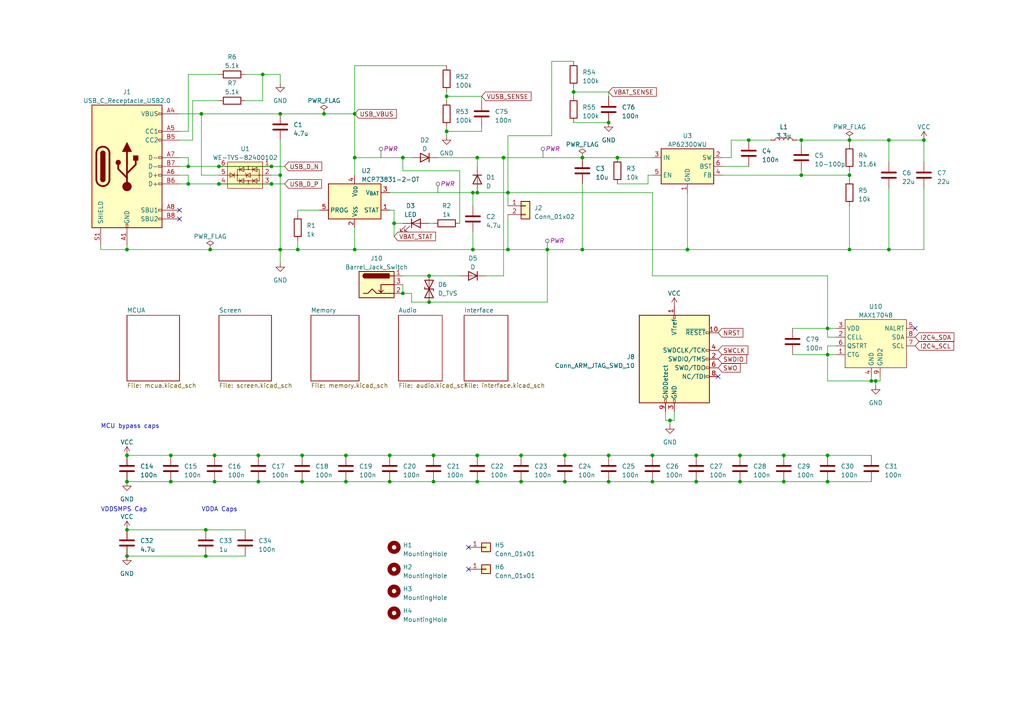
<source format=kicad_sch>
(kicad_sch (version 20230121) (generator eeschema)
  (paper "A4")
  (lib_symbols
    (symbol "Battery_Management:MCP73831-2-OT"
      (property "Reference" "U" (at -7.62 6.35 0))
      (property "Value" "MCP73831-2-OT" (at 1.27 6.35 0))
      (symbol "MCP73831-2-OT_0_1"
        (rectangle (start -7.62 5.08) (end 7.62 -5.08) (stroke (width 0.254)) (fill (type background)))
      )
      (symbol "MCP73831-2-OT_1_1"
        (pin output line (at 10.16 -2.54 180) (length 2.54) (name "STAT") (number "1"))
        (pin power_in line (at 0 -7.62 90) (length 2.54) (name "V_{SS}") (number "2"))
        (pin power_out line (at 10.16 2.54 180) (length 2.54) (name "V_{BAT}") (number "3"))
        (pin power_in line (at 0 7.62 270) (length 2.54) (name "V_{DD}") (number "4"))
        (pin input line (at -10.16 -2.54 0) (length 2.54) (name "PROG") (number "5"))
      )
    )
    (symbol "Connector:Barrel_Jack_Switch" (pin_names hide)
      (property "Reference" "J" (at 0 5.334 0))
      (property "Value" "Barrel_Jack_Switch" (at 0 -5.08 0))
      (symbol "Barrel_Jack_Switch_0_1"
        (rectangle (start -5.08 3.81) (end 5.08 -3.81) (stroke (width 0.254)) (fill (type background)))
        (arc (start -3.302 3.175) (mid -3.9343 2.54) (end -3.302 1.905) (stroke (width 0.254)))
        (arc (start -3.302 3.175) (mid -3.9343 2.54) (end -3.302 1.905) (stroke (width 0.254)) (fill (type outline)))
        (polyline (pts (xy 1.27 -2.286) (xy 1.905 -1.651)) (stroke (width 0.254)))
        (polyline (pts (xy 5.08 2.54) (xy 3.81 2.54)) (stroke (width 0.254)))
        (polyline (pts (xy 5.08 0) (xy 1.27 0) (xy 1.27 -2.286) (xy 0.635 -1.651)) (stroke (width 0.254)))
        (polyline (pts (xy -3.81 -2.54) (xy -2.54 -2.54) (xy -1.27 -1.27) (xy 0 -2.54) (xy 2.54 -2.54) (xy 5.08 -2.54)) (stroke (width 0.254)))
        (rectangle (start 3.683 3.175) (end -3.302 1.905) (stroke (width 0.254)) (fill (type outline)))
      )
      (symbol "Barrel_Jack_Switch_1_1"
        (pin passive line (at 7.62 2.54 180) (length 2.54) (name "~") (number "1"))
        (pin passive line (at 7.62 -2.54 180) (length 2.54) (name "~") (number "2"))
        (pin passive line (at 7.62 0 180) (length 2.54) (name "~") (number "3"))
      )
    )
    (symbol "Connector:Conn_ARM_JTAG_SWD_10" (pin_names (offset 1.016))
      (property "Reference" "J" (at -2.54 16.51 0))
      (property "Value" "Conn_ARM_JTAG_SWD_10" (at -2.54 13.97 0))
      (symbol "Conn_ARM_JTAG_SWD_10_0_1"
        (rectangle (start -10.16 12.7) (end 10.16 -12.7) (stroke (width 0.254)) (fill (type background)))
        (rectangle (start -2.794 -12.7) (end -2.286 -11.684))
        (rectangle (start -0.254 -12.7) (end 0.254 -11.684))
        (rectangle (start -0.254 12.7) (end 0.254 11.684))
        (rectangle (start 9.144 2.286) (end 10.16 2.794))
        (rectangle (start 10.16 -2.794) (end 9.144 -2.286))
        (rectangle (start 10.16 -0.254) (end 9.144 0.254))
        (rectangle (start 10.16 7.874) (end 9.144 7.366))
      )
      (symbol "Conn_ARM_JTAG_SWD_10_1_1"
        (rectangle (start 9.144 -5.334) (end 10.16 -4.826))
        (pin power_in line (at 0 15.24 270) (length 2.54) (name "VTref") (number "1"))
        (pin open_collector line (at 12.7 7.62 180) (length 2.54) (name "~{RESET}") (number "10"))
        (pin bidirectional line (at 12.7 0 180) (length 2.54) (name "SWDIO/TMS") (number "2"))
        (pin power_in line (at 0 -15.24 90) (length 2.54) (name "GND") (number "3"))
        (pin output line (at 12.7 2.54 180) (length 2.54) (name "SWDCLK/TCK") (number "4"))
        (pin passive line (at 0 -15.24 90) (length 2.54) hide (name "GND") (number "5"))
        (pin input line (at 12.7 -2.54 180) (length 2.54) (name "SWO/TDO") (number "6"))
        (pin no_connect line (at -10.16 0 0) (length 2.54) hide (name "KEY") (number "7"))
        (pin output line (at 12.7 -5.08 180) (length 2.54) (name "NC/TDI") (number "8"))
        (pin passive line (at -2.54 -15.24 90) (length 2.54) (name "GNDDetect") (number "9"))
      )
    )
    (symbol "Connector:USB_C_Receptacle_USB2.0" (pin_names (offset 1.016))
      (property "Reference" "J" (at -10.16 19.05 0))
      (property "Value" "USB_C_Receptacle_USB2.0" (at 19.05 19.05 0))
      (symbol "USB_C_Receptacle_USB2.0_0_0"
        (rectangle (start -0.254 -17.78) (end 0.254 -16.764))
        (rectangle (start 10.16 -14.986) (end 9.144 -15.494))
        (rectangle (start 10.16 -12.446) (end 9.144 -12.954))
        (rectangle (start 10.16 -4.826) (end 9.144 -5.334))
        (rectangle (start 10.16 -2.286) (end 9.144 -2.794))
        (rectangle (start 10.16 0.254) (end 9.144 -0.254))
        (rectangle (start 10.16 2.794) (end 9.144 2.286))
        (rectangle (start 10.16 7.874) (end 9.144 7.366))
        (rectangle (start 10.16 10.414) (end 9.144 9.906))
        (rectangle (start 10.16 15.494) (end 9.144 14.986))
      )
      (symbol "USB_C_Receptacle_USB2.0_0_1"
        (rectangle (start -10.16 17.78) (end 10.16 -17.78) (stroke (width 0.254)) (fill (type background)))
        (arc (start -8.89 -3.81) (mid -6.985 -5.7067) (end -5.08 -3.81) (stroke (width 0.508)))
        (arc (start -7.62 -3.81) (mid -6.985 -4.4423) (end -6.35 -3.81) (stroke (width 0.254)))
        (arc (start -7.62 -3.81) (mid -6.985 -4.4423) (end -6.35 -3.81) (stroke (width 0.254)) (fill (type outline)))
        (rectangle (start -7.62 -3.81) (end -6.35 3.81) (stroke (width 0.254)) (fill (type outline)))
        (arc (start -6.35 3.81) (mid -6.985 4.4423) (end -7.62 3.81) (stroke (width 0.254)))
        (arc (start -6.35 3.81) (mid -6.985 4.4423) (end -7.62 3.81) (stroke (width 0.254)) (fill (type outline)))
        (arc (start -5.08 3.81) (mid -6.985 5.7067) (end -8.89 3.81) (stroke (width 0.508)))
        (circle (center -2.54 1.143) (radius 0.635) (stroke (width 0.254)) (fill (type outline)))
        (circle (center 0 -5.842) (radius 1.27) (fill (type outline)))
        (polyline (pts (xy -8.89 -3.81) (xy -8.89 3.81)) (stroke (width 0.508)))
        (polyline (pts (xy -5.08 3.81) (xy -5.08 -3.81)) (stroke (width 0.508)))
        (polyline (pts (xy 0 -5.842) (xy 0 4.318)) (stroke (width 0.508)))
        (polyline (pts (xy 0 -3.302) (xy -2.54 -0.762) (xy -2.54 0.508)) (stroke (width 0.508)))
        (polyline (pts (xy 0 -2.032) (xy 2.54 0.508) (xy 2.54 1.778)) (stroke (width 0.508)))
        (polyline (pts (xy -1.27 4.318) (xy 0 6.858) (xy 1.27 4.318) (xy -1.27 4.318)) (stroke (width 0.254)) (fill (type outline)))
        (rectangle (start 1.905 1.778) (end 3.175 3.048) (stroke (width 0.254)) (fill (type outline)))
      )
      (symbol "USB_C_Receptacle_USB2.0_1_1"
        (pin passive line (at 0 -22.86 90) (length 5.08) (name "GND") (number "A1"))
        (pin passive line (at 0 -22.86 90) (length 5.08) hide (name "GND") (number "A12"))
        (pin passive line (at 15.24 15.24 180) (length 5.08) (name "VBUS") (number "A4"))
        (pin bidirectional line (at 15.24 10.16 180) (length 5.08) (name "CC1") (number "A5"))
        (pin bidirectional line (at 15.24 -2.54 180) (length 5.08) (name "D+") (number "A6"))
        (pin bidirectional line (at 15.24 2.54 180) (length 5.08) (name "D-") (number "A7"))
        (pin bidirectional line (at 15.24 -12.7 180) (length 5.08) (name "SBU1") (number "A8"))
        (pin passive line (at 15.24 15.24 180) (length 5.08) hide (name "VBUS") (number "A9"))
        (pin passive line (at 0 -22.86 90) (length 5.08) hide (name "GND") (number "B1"))
        (pin passive line (at 0 -22.86 90) (length 5.08) hide (name "GND") (number "B12"))
        (pin passive line (at 15.24 15.24 180) (length 5.08) hide (name "VBUS") (number "B4"))
        (pin bidirectional line (at 15.24 7.62 180) (length 5.08) (name "CC2") (number "B5"))
        (pin bidirectional line (at 15.24 -5.08 180) (length 5.08) (name "D+") (number "B6"))
        (pin bidirectional line (at 15.24 0 180) (length 5.08) (name "D-") (number "B7"))
        (pin bidirectional line (at 15.24 -15.24 180) (length 5.08) (name "SBU2") (number "B8"))
        (pin passive line (at 15.24 15.24 180) (length 5.08) hide (name "VBUS") (number "B9"))
        (pin passive line (at -7.62 -22.86 90) (length 5.08) (name "SHIELD") (number "S1"))
      )
    )
    (symbol "Connector_Generic:Conn_01x01" (pin_names (offset 1.016) hide)
      (property "Reference" "J" (at 0 2.54 0))
      (property "Value" "Conn_01x01" (at 0 -2.54 0))
      (symbol "Conn_01x01_1_1"
        (rectangle (start -1.27 0.127) (end 0 -0.127) (stroke (width 0.1524)))
        (rectangle (start -1.27 1.27) (end 1.27 -1.27) (stroke (width 0.254)) (fill (type background)))
        (pin passive line (at -5.08 0 0) (length 3.81) (name "Pin_1") (number "1"))
      )
    )
    (symbol "Connector_Generic:Conn_01x02" (pin_names (offset 1.016) hide)
      (property "Reference" "J" (at 0 2.54 0))
      (property "Value" "Conn_01x02" (at 0 -5.08 0))
      (symbol "Conn_01x02_1_1"
        (rectangle (start -1.27 -2.413) (end 0 -2.667) (stroke (width 0.1524)))
        (rectangle (start -1.27 0.127) (end 0 -0.127) (stroke (width 0.1524)))
        (rectangle (start -1.27 1.27) (end 1.27 -3.81) (stroke (width 0.254)) (fill (type background)))
        (pin passive line (at -5.08 0 0) (length 3.81) (name "Pin_1") (number "1"))
        (pin passive line (at -5.08 -2.54 0) (length 3.81) (name "Pin_2") (number "2"))
      )
    )
    (symbol "Device:C" (pin_numbers hide) (pin_names (offset 0.254))
      (property "Reference" "C" (at 0.635 2.54 0))
      (property "Value" "C" (at 0.635 -2.54 0))
      (symbol "C_0_1"
        (polyline (pts (xy -2.032 -0.762) (xy 2.032 -0.762)) (stroke (width 0.508)))
        (polyline (pts (xy -2.032 0.762) (xy 2.032 0.762)) (stroke (width 0.508)))
      )
      (symbol "C_1_1"
        (pin passive line (at 0 3.81 270) (length 2.794) (name "~") (number "1"))
        (pin passive line (at 0 -3.81 90) (length 2.794) (name "~") (number "2"))
      )
    )
    (symbol "Device:D" (pin_numbers hide) (pin_names (offset 1.016) hide)
      (property "Reference" "D" (at 0 2.54 0))
      (property "Value" "D" (at 0 -2.54 0))
      (symbol "D_0_1"
        (polyline (pts (xy -1.27 1.27) (xy -1.27 -1.27)) (stroke (width 0.254)))
        (polyline (pts (xy 1.27 0) (xy -1.27 0)))
        (polyline (pts (xy 1.27 1.27) (xy 1.27 -1.27) (xy -1.27 0) (xy 1.27 1.27)) (stroke (width 0.254)))
      )
      (symbol "D_1_1"
        (pin passive line (at -3.81 0 0) (length 2.54) (name "K") (number "1"))
        (pin passive line (at 3.81 0 180) (length 2.54) (name "A") (number "2"))
      )
    )
    (symbol "Device:D_TVS" (pin_numbers hide) (pin_names (offset 1.016) hide)
      (property "Reference" "D" (at 0 2.54 0))
      (property "Value" "D_TVS" (at 0 -2.54 0))
      (symbol "D_TVS_0_1"
        (polyline (pts (xy 1.27 0) (xy -1.27 0)))
        (polyline (pts (xy 0.508 1.27) (xy 0 1.27) (xy 0 -1.27) (xy -0.508 -1.27)) (stroke (width 0.254)))
        (polyline (pts (xy -2.54 1.27) (xy -2.54 -1.27) (xy 2.54 1.27) (xy 2.54 -1.27) (xy -2.54 1.27)) (stroke (width 0.254)))
      )
      (symbol "D_TVS_1_1"
        (pin passive line (at -3.81 0 0) (length 2.54) (name "A1") (number "1"))
        (pin passive line (at 3.81 0 180) (length 2.54) (name "A2") (number "2"))
      )
    )
    (symbol "Device:L" (pin_numbers hide) (pin_names (offset 1.016) hide)
      (property "Reference" "L" (at -1.27 0 90))
      (property "Value" "L" (at 1.905 0 90))
      (symbol "L_0_1"
        (arc (start 0 -2.54) (mid 0.6323 -1.905) (end 0 -1.27))
        (arc (start 0 -1.27) (mid 0.6323 -0.635) (end 0 0))
        (arc (start 0 0) (mid 0.6323 0.635) (end 0 1.27))
        (arc (start 0 1.27) (mid 0.6323 1.905) (end 0 2.54))
      )
      (symbol "L_1_1"
        (pin passive line (at 0 3.81 270) (length 1.27) (name "1") (number "1"))
        (pin passive line (at 0 -3.81 90) (length 1.27) (name "2") (number "2"))
      )
    )
    (symbol "Device:LED" (pin_numbers hide) (pin_names (offset 1.016) hide)
      (property "Reference" "D" (at 0 2.54 0))
      (property "Value" "LED" (at 0 -2.54 0))
      (symbol "LED_0_1"
        (polyline (pts (xy -1.27 -1.27) (xy -1.27 1.27)) (stroke (width 0.254)))
        (polyline (pts (xy -1.27 0) (xy 1.27 0)))
        (polyline (pts (xy 1.27 -1.27) (xy 1.27 1.27) (xy -1.27 0) (xy 1.27 -1.27)) (stroke (width 0.254)))
        (polyline (pts (xy -3.048 -0.762) (xy -4.572 -2.286) (xy -3.81 -2.286) (xy -4.572 -2.286) (xy -4.572 -1.524)))
        (polyline (pts (xy -1.778 -0.762) (xy -3.302 -2.286) (xy -2.54 -2.286) (xy -3.302 -2.286) (xy -3.302 -1.524)))
      )
      (symbol "LED_1_1"
        (pin passive line (at -3.81 0 0) (length 2.54) (name "K") (number "1"))
        (pin passive line (at 3.81 0 180) (length 2.54) (name "A") (number "2"))
      )
    )
    (symbol "Device:R" (pin_numbers hide) (pin_names (offset 0))
      (property "Reference" "R" (at 2.032 0 90))
      (property "Value" "R" (at 0 0 90))
      (symbol "R_0_1"
        (rectangle (start -1.016 -2.54) (end 1.016 2.54) (stroke (width 0.254)))
      )
      (symbol "R_1_1"
        (pin passive line (at 0 3.81 270) (length 1.27) (name "~") (number "1"))
        (pin passive line (at 0 -3.81 90) (length 1.27) (name "~") (number "2"))
      )
    )
    (symbol "Mechanical:MountingHole" (pin_names (offset 1.016))
      (property "Reference" "H" (at 0 5.08 0))
      (property "Value" "MountingHole" (at 0 3.175 0))
      (symbol "MountingHole_0_1"
        (circle (center 0 0) (radius 1.27) (stroke (width 1.27)))
      )
    )
    (symbol "Power_Protection:WE-TVS-82400102"
      (property "Reference" "U" (at 0 7.62 0))
      (property "Value" "WE-TVS-82400102" (at 0 5.08 0))
      (symbol "WE-TVS-82400102_0_1"
        (rectangle (start -5.08 3.81) (end 5.08 -3.81) (fill (type background)))
        (circle (center -4.064 0) (radius 0.127))
        (rectangle (start -4.064 1.651) (end 2.286 -1.651))
        (circle (center -0.889 -2.54) (radius 0.127))
        (circle (center -0.889 -1.651) (radius 0.127))
        (circle (center -0.889 1.651) (radius 0.127))
        (circle (center -0.889 2.54) (radius 0.127))
        (polyline (pts (xy -5.08 -2.54) (xy 5.08 -2.54)))
        (polyline (pts (xy -5.08 2.54) (xy 5.08 2.54)))
        (polyline (pts (xy -4.064 0) (xy -5.08 0)))
        (polyline (pts (xy -4.064 0) (xy 2.286 0)) (fill (type outline)))
        (polyline (pts (xy -2.159 -1.016) (xy -2.159 -2.286)))
        (polyline (pts (xy -2.159 2.286) (xy -2.159 1.016)))
        (polyline (pts (xy -0.889 -1.651) (xy -0.889 -2.413)))
        (polyline (pts (xy -0.889 1.651) (xy -0.889 2.54)))
        (polyline (pts (xy -0.508 -0.635) (xy -0.508 -0.635)))
        (polyline (pts (xy 1.651 -1.016) (xy 1.651 -2.286)))
        (polyline (pts (xy 1.651 2.286) (xy 1.651 1.016)))
        (polyline (pts (xy 2.286 0) (xy 5.08 0)))
        (polyline (pts (xy -3.429 -1.016) (xy -3.429 -2.286) (xy -2.159 -1.651) (xy -3.429 -1.016)))
        (polyline (pts (xy -3.429 1.016) (xy -3.429 2.286) (xy -2.159 1.651) (xy -3.429 1.016)))
        (polyline (pts (xy 0 0.635) (xy -0.254 0.381) (xy -0.254 -0.381) (xy -0.508 -0.635)))
        (polyline (pts (xy 0.381 -1.016) (xy 0.381 -2.286) (xy 1.651 -1.651) (xy 0.381 -1.016)))
        (polyline (pts (xy 0.381 1.016) (xy 0.381 2.286) (xy 1.651 1.651) (xy 0.381 1.016)))
        (circle (center 2.286 0) (radius 0.127))
      )
      (symbol "WE-TVS-82400102_1_1"
        (polyline (pts (xy 3.175 0.635) (xy 3.175 -0.635)))
        (polyline (pts (xy -1.524 0.635) (xy -1.524 -0.635) (xy -0.254 0) (xy -1.524 0.635)))
        (polyline (pts (xy 4.445 0.635) (xy 4.445 -0.635) (xy 3.175 0) (xy 4.445 0.635)))
        (pin passive line (at -7.62 2.54 0) (length 2.54) (name "~") (number "1"))
        (pin passive line (at -7.62 0 0) (length 2.54) (name "~") (number "2"))
        (pin passive line (at -7.62 -2.54 0) (length 2.54) (name "~") (number "3"))
        (pin passive line (at 7.62 -2.54 180) (length 2.54) (name "~") (number "4"))
        (pin passive line (at 7.62 0 180) (length 2.54) (name "~") (number "5"))
        (pin passive line (at 7.62 2.54 180) (length 2.54) (name "~") (number "6"))
      )
    )
    (symbol "Regulator_Switching:AP62300WU"
      (property "Reference" "U" (at -7.62 6.35 0))
      (property "Value" "AP62300WU" (at 2.54 6.35 0))
      (symbol "AP62300WU_0_1"
        (rectangle (start -7.62 5.08) (end 7.62 -5.08) (stroke (width 0.254)) (fill (type background)))
      )
      (symbol "AP62300WU_1_1"
        (pin power_in line (at 0 -7.62 90) (length 2.54) (name "GND") (number "1"))
        (pin output line (at 10.16 2.54 180) (length 2.54) (name "SW") (number "2"))
        (pin power_in line (at -10.16 2.54 0) (length 2.54) (name "IN") (number "3"))
        (pin input line (at 10.16 -2.54 180) (length 2.54) (name "FB") (number "4"))
        (pin input line (at -10.16 -2.54 0) (length 2.54) (name "EN") (number "5"))
        (pin passive line (at 10.16 0 180) (length 2.54) (name "BST") (number "6"))
      )
    )
    (symbol "gk-syms:MAX17048"
      (property "Reference" "U" (at 0 3.81 0))
      (property "Value" "MAX17048" (at 0 1.27 0))
      (symbol "MAX17048_1_1"
        (rectangle (start -8.89 -2.54) (end 8.89 -16.51) (fill (type background)))
        (pin power_in line (at -11.43 -12.7 0) (length 2.54) (name "CTG") (number "1"))
        (pin power_in line (at -11.43 -7.62 0) (length 2.54) (name "CELL") (number "2"))
        (pin power_in line (at -11.43 -5.08 0) (length 2.54) (name "VDD") (number "3"))
        (pin power_in line (at -1.27 -19.05 90) (length 2.54) (name "GND") (number "4"))
        (pin open_collector line (at 11.43 -5.08 180) (length 2.54) (name "NALRT") (number "5"))
        (pin input line (at -11.43 -10.16 0) (length 2.54) (name "QSTRT") (number "6"))
        (pin open_collector line (at 11.43 -10.16 180) (length 2.54) (name "SCL") (number "7"))
        (pin open_collector line (at 11.43 -7.62 180) (length 2.54) (name "SDA") (number "8"))
        (pin power_in line (at 1.27 -19.05 90) (length 2.54) (name "GND2") (number "9"))
      )
    )
    (symbol "power:GND" (power) (pin_names (offset 0))
      (property "Value" "GND" (at 0 -3.81 0))
      (symbol "GND_0_1"
        (polyline (pts (xy 0 0) (xy 0 -1.27) (xy 1.27 -1.27) (xy 0 -2.54) (xy -1.27 -1.27) (xy 0 -1.27)))
      )
      (symbol "GND_1_1"
        (pin power_in line (at 0 0 270) (length 0) hide (name "GND") (number "1"))
      )
    )
    (symbol "power:PWR_FLAG" (power) (pin_numbers hide) (pin_names (offset 0) hide)
      (property "Value" "PWR_FLAG" (at 0 3.81 0))
      (symbol "PWR_FLAG_0_0"
        (pin power_out line (at 0 0 90) (length 0) (name "pwr") (number "1"))
      )
      (symbol "PWR_FLAG_0_1"
        (polyline (pts (xy 0 0) (xy 0 1.27) (xy -1.016 1.905) (xy 0 2.54) (xy 1.016 1.905) (xy 0 1.27)))
      )
    )
    (symbol "power:VCC" (power) (pin_names (offset 0))
      (property "Value" "VCC" (at 0 3.81 0))
      (symbol "VCC_0_1"
        (polyline (pts (xy -0.762 1.27) (xy 0 2.54)))
        (polyline (pts (xy 0 0) (xy 0 2.54)))
        (polyline (pts (xy 0 2.54) (xy 0.762 1.27)))
      )
      (symbol "VCC_1_1"
        (pin power_in line (at 0 0 90) (length 0) hide (name "VCC") (number "1"))
      )
    )
  )
  (junction (at 102.87 72.39))
  (junction (at 59.69 161.29))
  (junction (at 36.83 132.08))
  (junction (at 93.98 33.02))
  (junction (at 146.05 45.72))
  (junction (at 116.84 45.72))
  (junction (at 125.73 132.08))
  (junction (at 100.33 132.08))
  (junction (at 63.5 53.34))
  (junction (at 240.03 95.25))
  (junction (at 124.46 80.01))
  (junction (at 257.81 72.39))
  (junction (at 227.33 132.08))
  (junction (at 125.73 139.7))
  (junction (at 201.93 139.7))
  (junction (at 199.39 72.39))
  (junction (at 86.36 72.39))
  (junction (at 240.03 132.08))
  (junction (at 163.83 132.08))
  (junction (at 129.54 38.1))
  (junction (at 54.61 48.26))
  (junction (at 63.5 48.26))
  (junction (at 36.83 72.39))
  (junction (at 179.07 45.72))
  (junction (at 151.13 132.08))
  (junction (at 74.93 132.08))
  (junction (at 267.97 40.64))
  (junction (at 60.96 72.39))
  (junction (at 163.83 139.7))
  (junction (at 194.31 121.92))
  (junction (at 129.54 27.94))
  (junction (at 49.53 132.08))
  (junction (at 102.87 45.72))
  (junction (at 166.37 26.67))
  (junction (at 168.91 72.39))
  (junction (at 176.53 35.56))
  (junction (at 232.41 50.8))
  (junction (at 81.28 50.8))
  (junction (at 257.81 40.64))
  (junction (at 240.03 139.7))
  (junction (at 137.16 55.88))
  (junction (at 102.87 33.02))
  (junction (at 113.03 139.7))
  (junction (at 252.73 110.49))
  (junction (at 217.17 40.64))
  (junction (at 124.46 87.63))
  (junction (at 138.43 139.7))
  (junction (at 76.2 21.59))
  (junction (at 49.53 139.7))
  (junction (at 100.33 139.7))
  (junction (at 74.93 139.7))
  (junction (at 62.23 132.08))
  (junction (at 254 110.49))
  (junction (at 114.3 64.77))
  (junction (at 138.43 132.08))
  (junction (at 62.23 139.7))
  (junction (at 232.41 40.64))
  (junction (at 59.69 153.67))
  (junction (at 116.84 85.09))
  (junction (at 58.42 33.02))
  (junction (at 189.23 139.7))
  (junction (at 246.38 72.39))
  (junction (at 78.74 48.26))
  (junction (at 81.28 33.02))
  (junction (at 214.63 139.7))
  (junction (at 168.91 45.72))
  (junction (at 138.43 55.88))
  (junction (at 137.16 72.39))
  (junction (at 201.93 132.08))
  (junction (at 240.03 102.87))
  (junction (at 227.33 139.7))
  (junction (at 189.23 132.08))
  (junction (at 78.74 53.34))
  (junction (at 36.83 161.29))
  (junction (at 81.28 72.39))
  (junction (at 138.43 45.72))
  (junction (at 147.32 72.39))
  (junction (at 36.83 139.7))
  (junction (at 176.53 132.08))
  (junction (at 246.38 40.64))
  (junction (at 36.83 153.67))
  (junction (at 87.63 139.7))
  (junction (at 176.53 139.7))
  (junction (at 113.03 132.08))
  (junction (at 87.63 132.08))
  (junction (at 147.32 55.88))
  (junction (at 214.63 132.08))
  (junction (at 158.75 72.39))
  (junction (at 54.61 53.34))
  (junction (at 151.13 139.7))
  (junction (at 246.38 50.8))
  (no_connect (at 52.07 60.96))
  (no_connect (at 265.43 95.25))
  (no_connect (at 52.07 63.5))
  (no_connect (at 135.89 158.75))
  (no_connect (at 208.28 109.22))
  (no_connect (at 135.89 165.1))
  (wire (pts (xy 147.32 55.88) (xy 147.32 59.69)))
  (wire (pts (xy 116.84 49.53) (xy 133.35 49.53)))
  (wire (pts (xy 63.5 48.26) (xy 78.74 48.26)))
  (wire (pts (xy 81.28 21.59) (xy 81.28 24.13)))
  (wire (pts (xy 49.53 139.7) (xy 62.23 139.7)))
  (wire (pts (xy 138.43 139.7) (xy 151.13 139.7)))
  (wire (pts (xy 114.3 64.77) (xy 114.3 60.96)))
  (wire (pts (xy 58.42 50.8) (xy 63.5 50.8)))
  (wire (pts (xy 257.81 54.61) (xy 257.81 72.39)))
  (wire (pts (xy 246.38 49.53) (xy 246.38 50.8)))
  (wire (pts (xy 158.75 87.63) (xy 158.75 72.39)))
  (wire (pts (xy 163.83 132.08) (xy 176.53 132.08)))
  (wire (pts (xy 125.73 139.7) (xy 138.43 139.7)))
  (wire (pts (xy 168.91 53.34) (xy 168.91 72.39)))
  (wire (pts (xy 193.04 121.92) (xy 194.31 121.92)))
  (wire (pts (xy 36.83 161.29) (xy 59.69 161.29)))
  (wire (pts (xy 257.81 40.64) (xy 257.81 46.99)))
  (wire (pts (xy 87.63 132.08) (xy 100.33 132.08)))
  (wire (pts (xy 63.5 53.34) (xy 78.74 53.34)))
  (wire (pts (xy 137.16 67.31) (xy 137.16 72.39)))
  (wire (pts (xy 129.54 27.94) (xy 139.7 27.94)))
  (wire (pts (xy 86.36 69.85) (xy 86.36 72.39)))
  (wire (pts (xy 92.71 60.96) (xy 86.36 60.96)))
  (wire (pts (xy 54.61 50.8) (xy 52.07 50.8)))
  (wire (pts (xy 199.39 72.39) (xy 246.38 72.39)))
  (wire (pts (xy 119.38 85.09) (xy 119.38 87.63)))
  (wire (pts (xy 60.96 72.39) (xy 81.28 72.39)))
  (wire (pts (xy 54.61 38.1) (xy 54.61 21.59)))
  (wire (pts (xy 201.93 132.08) (xy 214.63 132.08)))
  (wire (pts (xy 139.7 38.1) (xy 129.54 38.1)))
  (wire (pts (xy 36.83 139.7) (xy 49.53 139.7)))
  (wire (pts (xy 267.97 40.64) (xy 267.97 46.99)))
  (wire (pts (xy 212.09 40.64) (xy 217.17 40.64)))
  (wire (pts (xy 102.87 45.72) (xy 102.87 33.02)))
  (wire (pts (xy 140.97 80.01) (xy 146.05 80.01)))
  (wire (pts (xy 240.03 95.25) (xy 242.57 95.25)))
  (wire (pts (xy 36.83 71.12) (xy 36.83 72.39)))
  (wire (pts (xy 133.35 49.53) (xy 133.35 64.77)))
  (wire (pts (xy 138.43 132.08) (xy 151.13 132.08)))
  (wire (pts (xy 151.13 132.08) (xy 163.83 132.08)))
  (wire (pts (xy 160.02 39.37) (xy 160.02 17.78)))
  (wire (pts (xy 176.53 26.67) (xy 176.53 27.94)))
  (wire (pts (xy 113.03 132.08) (xy 125.73 132.08)))
  (wire (pts (xy 229.87 95.25) (xy 240.03 95.25)))
  (wire (pts (xy 242.57 102.87) (xy 240.03 102.87)))
  (wire (pts (xy 252.73 109.22) (xy 252.73 110.49)))
  (wire (pts (xy 55.88 29.21) (xy 63.5 29.21)))
  (wire (pts (xy 189.23 132.08) (xy 201.93 132.08)))
  (wire (pts (xy 255.27 110.49) (xy 254 110.49)))
  (wire (pts (xy 137.16 72.39) (xy 147.32 72.39)))
  (wire (pts (xy 29.21 71.12) (xy 29.21 72.39)))
  (wire (pts (xy 114.3 60.96) (xy 113.03 60.96)))
  (wire (pts (xy 49.53 132.08) (xy 62.23 132.08)))
  (wire (pts (xy 86.36 60.96) (xy 86.36 62.23)))
  (wire (pts (xy 100.33 132.08) (xy 113.03 132.08)))
  (wire (pts (xy 240.03 102.87) (xy 240.03 110.49)))
  (wire (pts (xy 242.57 100.33) (xy 240.03 100.33)))
  (wire (pts (xy 166.37 25.4) (xy 166.37 26.67)))
  (wire (pts (xy 267.97 72.39) (xy 257.81 72.39)))
  (wire (pts (xy 209.55 48.26) (xy 217.17 48.26)))
  (wire (pts (xy 227.33 132.08) (xy 240.03 132.08)))
  (wire (pts (xy 195.58 119.38) (xy 195.58 121.92)))
  (wire (pts (xy 212.09 45.72) (xy 212.09 40.64)))
  (wire (pts (xy 232.41 40.64) (xy 232.41 41.91)))
  (wire (pts (xy 240.03 110.49) (xy 252.73 110.49)))
  (wire (pts (xy 29.21 72.39) (xy 36.83 72.39)))
  (wire (pts (xy 102.87 72.39) (xy 137.16 72.39)))
  (wire (pts (xy 129.54 36.83) (xy 129.54 38.1)))
  (wire (pts (xy 195.58 121.92) (xy 194.31 121.92)))
  (wire (pts (xy 193.04 119.38) (xy 193.04 121.92)))
  (wire (pts (xy 124.46 64.77) (xy 125.73 64.77)))
  (wire (pts (xy 214.63 139.7) (xy 227.33 139.7)))
  (wire (pts (xy 139.7 27.94) (xy 139.7 29.21)))
  (wire (pts (xy 232.41 50.8) (xy 246.38 50.8)))
  (wire (pts (xy 74.93 132.08) (xy 87.63 132.08)))
  (wire (pts (xy 52.07 38.1) (xy 54.61 38.1)))
  (wire (pts (xy 187.96 50.8) (xy 189.23 50.8)))
  (wire (pts (xy 74.93 139.7) (xy 87.63 139.7)))
  (wire (pts (xy 187.96 53.34) (xy 187.96 50.8)))
  (wire (pts (xy 137.16 55.88) (xy 137.16 59.69)))
  (wire (pts (xy 138.43 45.72) (xy 138.43 48.26)))
  (wire (pts (xy 81.28 40.64) (xy 81.28 50.8)))
  (wire (pts (xy 113.03 55.88) (xy 137.16 55.88)))
  (wire (pts (xy 267.97 54.61) (xy 267.97 72.39)))
  (wire (pts (xy 129.54 38.1) (xy 129.54 39.37)))
  (wire (pts (xy 246.38 40.64) (xy 246.38 41.91)))
  (wire (pts (xy 116.84 64.77) (xy 114.3 64.77)))
  (wire (pts (xy 166.37 26.67) (xy 166.37 27.94)))
  (wire (pts (xy 114.3 64.77) (xy 114.3 68.58)))
  (wire (pts (xy 87.63 139.7) (xy 100.33 139.7)))
  (wire (pts (xy 246.38 40.64) (xy 257.81 40.64)))
  (wire (pts (xy 81.28 72.39) (xy 81.28 76.2)))
  (wire (pts (xy 59.69 161.29) (xy 71.12 161.29)))
  (wire (pts (xy 36.83 72.39) (xy 60.96 72.39)))
  (wire (pts (xy 176.53 139.7) (xy 189.23 139.7)))
  (wire (pts (xy 147.32 55.88) (xy 189.23 55.88)))
  (wire (pts (xy 113.03 139.7) (xy 125.73 139.7)))
  (wire (pts (xy 232.41 40.64) (xy 246.38 40.64)))
  (wire (pts (xy 78.74 48.26) (xy 82.55 48.26)))
  (wire (pts (xy 201.93 139.7) (xy 214.63 139.7)))
  (wire (pts (xy 151.13 139.7) (xy 163.83 139.7)))
  (wire (pts (xy 86.36 72.39) (xy 102.87 72.39)))
  (wire (pts (xy 139.7 36.83) (xy 139.7 38.1)))
  (wire (pts (xy 246.38 50.8) (xy 246.38 52.07)))
  (wire (pts (xy 129.54 27.94) (xy 129.54 29.21)))
  (wire (pts (xy 168.91 72.39) (xy 158.75 72.39)))
  (wire (pts (xy 179.07 45.72) (xy 189.23 45.72)))
  (wire (pts (xy 63.5 53.34) (xy 54.61 53.34)))
  (wire (pts (xy 227.33 139.7) (xy 240.03 139.7)))
  (wire (pts (xy 158.75 72.39) (xy 147.32 72.39)))
  (wire (pts (xy 209.55 50.8) (xy 232.41 50.8)))
  (wire (pts (xy 129.54 26.67) (xy 129.54 27.94)))
  (wire (pts (xy 231.14 40.64) (xy 232.41 40.64)))
  (wire (pts (xy 166.37 26.67) (xy 176.53 26.67)))
  (wire (pts (xy 125.73 132.08) (xy 138.43 132.08)))
  (wire (pts (xy 36.83 153.67) (xy 59.69 153.67)))
  (wire (pts (xy 54.61 21.59) (xy 63.5 21.59)))
  (wire (pts (xy 176.53 132.08) (xy 189.23 132.08)))
  (wire (pts (xy 160.02 17.78) (xy 166.37 17.78)))
  (wire (pts (xy 116.84 80.01) (xy 124.46 80.01)))
  (wire (pts (xy 116.84 82.55) (xy 116.84 85.09)))
  (wire (pts (xy 147.32 72.39) (xy 147.32 62.23)))
  (wire (pts (xy 189.23 55.88) (xy 189.23 80.01)))
  (wire (pts (xy 54.61 48.26) (xy 54.61 45.72)))
  (wire (pts (xy 257.81 72.39) (xy 246.38 72.39)))
  (wire (pts (xy 163.83 139.7) (xy 176.53 139.7)))
  (wire (pts (xy 240.03 80.01) (xy 240.03 95.25)))
  (wire (pts (xy 76.2 29.21) (xy 76.2 21.59)))
  (wire (pts (xy 58.42 33.02) (xy 58.42 50.8)))
  (wire (pts (xy 102.87 66.04) (xy 102.87 72.39)))
  (wire (pts (xy 124.46 87.63) (xy 158.75 87.63)))
  (wire (pts (xy 62.23 139.7) (xy 74.93 139.7)))
  (wire (pts (xy 127 45.72) (xy 138.43 45.72)))
  (wire (pts (xy 71.12 21.59) (xy 76.2 21.59)))
  (wire (pts (xy 199.39 55.88) (xy 199.39 72.39)))
  (wire (pts (xy 116.84 85.09) (xy 119.38 85.09)))
  (wire (pts (xy 168.91 45.72) (xy 179.07 45.72)))
  (wire (pts (xy 93.98 33.02) (xy 81.28 33.02)))
  (wire (pts (xy 124.46 80.01) (xy 133.35 80.01)))
  (wire (pts (xy 147.32 39.37) (xy 160.02 39.37)))
  (wire (pts (xy 62.23 132.08) (xy 74.93 132.08)))
  (wire (pts (xy 52.07 53.34) (xy 54.61 53.34)))
  (wire (pts (xy 189.23 80.01) (xy 240.03 80.01)))
  (wire (pts (xy 138.43 45.72) (xy 146.05 45.72)))
  (wire (pts (xy 246.38 59.69) (xy 246.38 72.39)))
  (wire (pts (xy 229.87 102.87) (xy 240.03 102.87)))
  (wire (pts (xy 78.74 53.34) (xy 82.55 53.34)))
  (wire (pts (xy 147.32 55.88) (xy 138.43 55.88)))
  (wire (pts (xy 102.87 33.02) (xy 102.87 19.05)))
  (wire (pts (xy 199.39 72.39) (xy 168.91 72.39)))
  (wire (pts (xy 102.87 50.8) (xy 102.87 45.72)))
  (wire (pts (xy 189.23 139.7) (xy 201.93 139.7)))
  (wire (pts (xy 52.07 48.26) (xy 54.61 48.26)))
  (wire (pts (xy 76.2 21.59) (xy 81.28 21.59)))
  (wire (pts (xy 102.87 33.02) (xy 93.98 33.02)))
  (wire (pts (xy 100.33 139.7) (xy 113.03 139.7)))
  (wire (pts (xy 252.73 110.49) (xy 254 110.49)))
  (wire (pts (xy 232.41 50.8) (xy 232.41 49.53)))
  (wire (pts (xy 71.12 29.21) (xy 76.2 29.21)))
  (wire (pts (xy 119.38 87.63) (xy 124.46 87.63)))
  (wire (pts (xy 240.03 139.7) (xy 252.73 139.7)))
  (wire (pts (xy 54.61 45.72) (xy 52.07 45.72)))
  (wire (pts (xy 78.74 50.8) (xy 81.28 50.8)))
  (wire (pts (xy 52.07 40.64) (xy 55.88 40.64)))
  (wire (pts (xy 63.5 48.26) (xy 54.61 48.26)))
  (wire (pts (xy 102.87 45.72) (xy 116.84 45.72)))
  (wire (pts (xy 194.31 121.92) (xy 194.31 123.19)))
  (wire (pts (xy 166.37 35.56) (xy 176.53 35.56)))
  (wire (pts (xy 116.84 45.72) (xy 119.38 45.72)))
  (wire (pts (xy 240.03 97.79) (xy 240.03 95.25)))
  (wire (pts (xy 217.17 40.64) (xy 223.52 40.64)))
  (wire (pts (xy 209.55 45.72) (xy 212.09 45.72)))
  (wire (pts (xy 240.03 132.08) (xy 252.73 132.08)))
  (wire (pts (xy 242.57 97.79) (xy 240.03 97.79)))
  (wire (pts (xy 81.28 50.8) (xy 81.28 72.39)))
  (wire (pts (xy 102.87 19.05) (xy 129.54 19.05)))
  (wire (pts (xy 54.61 53.34) (xy 54.61 50.8)))
  (wire (pts (xy 81.28 33.02) (xy 58.42 33.02)))
  (wire (pts (xy 59.69 153.67) (xy 71.12 153.67)))
  (wire (pts (xy 214.63 132.08) (xy 227.33 132.08)))
  (wire (pts (xy 254 110.49) (xy 254 111.76)))
  (wire (pts (xy 255.27 109.22) (xy 255.27 110.49)))
  (wire (pts (xy 147.32 55.88) (xy 147.32 39.37)))
  (wire (pts (xy 36.83 132.08) (xy 49.53 132.08)))
  (wire (pts (xy 179.07 53.34) (xy 187.96 53.34)))
  (wire (pts (xy 146.05 45.72) (xy 168.91 45.72)))
  (wire (pts (xy 137.16 55.88) (xy 138.43 55.88)))
  (wire (pts (xy 52.07 33.02) (xy 58.42 33.02)))
  (wire (pts (xy 55.88 40.64) (xy 55.88 29.21)))
  (wire (pts (xy 240.03 100.33) (xy 240.03 102.87)))
  (wire (pts (xy 81.28 72.39) (xy 86.36 72.39)))
  (wire (pts (xy 257.81 40.64) (xy 267.97 40.64)))
  (wire (pts (xy 146.05 45.72) (xy 146.05 80.01)))
  (wire (pts (xy 116.84 45.72) (xy 116.84 49.53)))
  (text "VDDA Caps" (at 58.42 148.59 0) (effects (font (size 1.27 1.27)) (justify left bottom)))
  (text "MCU bypass caps" (at 29.21 124.46 0) (effects (font (size 1.27 1.27)) (justify left bottom)))
  (text "VDDSMPS Cap" (at 29.21 148.59 0) (effects (font (size 1.27 1.27)) (justify left bottom)))
  (global_label "VBAT_SENSE" (shape input) (at 176.53 26.67 0) (property "Intersheetrefs" "${INTERSHEET_REFS}" (effects hide)))
  (global_label "USB_D_P" (shape input) (at 82.55 53.34 0) (property "Intersheetrefs" "${INTERSHEET_REFS}" (effects hide)))
  (global_label "I2C4_SCL" (shape input) (at 265.43 100.33 0) (property "Intersheetrefs" "${INTERSHEET_REFS}" (effects hide)))
  (global_label "USB_VBUS" (shape input) (at 102.87 33.02 0) (property "Intersheetrefs" "${INTERSHEET_REFS}" (effects hide)))
  (global_label "VUSB_SENSE" (shape input) (at 139.7 27.94 0) (property "Intersheetrefs" "${INTERSHEET_REFS}" (effects hide)))
  (global_label "SWDIO" (shape input) (at 208.28 104.14 0) (property "Intersheetrefs" "${INTERSHEET_REFS}" (effects hide)))
  (global_label "SWO" (shape input) (at 208.28 106.68 0) (property "Intersheetrefs" "${INTERSHEET_REFS}" (effects hide)))
  (global_label "VBAT_STAT" (shape input) (at 114.3 68.58 0) (property "Intersheetrefs" "${INTERSHEET_REFS}" (effects hide)))
  (global_label "NRST" (shape input) (at 208.28 96.52 0) (property "Intersheetrefs" "${INTERSHEET_REFS}" (effects hide)))
  (global_label "USB_D_N" (shape input) (at 82.55 48.26 0) (property "Intersheetrefs" "${INTERSHEET_REFS}" (effects hide)))
  (global_label "I2C4_SDA" (shape input) (at 265.43 97.79 0) (property "Intersheetrefs" "${INTERSHEET_REFS}" (effects hide)))
  (global_label "SWCLK" (shape input) (at 208.28 101.6 0) (property "Intersheetrefs" "${INTERSHEET_REFS}" (effects hide)))
  (netclass_flag "" (length 2.54) (shape round) (at 127 55.88 0) (property "Netclass" "PWR" (at 127.6985 53.34 0) (effects (font italic) (justify left))))
  (netclass_flag "" (length 2.54) (shape round) (at 158.75 72.39 0) (property "Netclass" "PWR" (at 159.4485 69.85 0) (effects (font italic) (justify left))))
  (netclass_flag "" (length 2.54) (shape round) (at 157.48 45.72 0) (property "Netclass" "PWR" (at 158.1785 43.18 0) (effects (font italic) (justify left))))
  (netclass_flag "" (length 2.54) (shape round) (at 110.49 45.72 0) (property "Netclass" "PWR" (at 111.1885 43.18 0) (effects (font italic) (justify left))))
  (symbol (lib_id "power:PWR_FLAG") (at 168.91 45.72 0) (unit 1)
    (property "Reference" "#FLG03" (effects hide))
    (property "Value" "PWR_FLAG" (at 168.91 41.91 0))
  )
  (symbol (lib_id "Connector_Generic:Conn_01x01") (at 140.97 158.75 0) (unit 1)
    (property "Reference" "H5" (at 143.51 158.115 0) (effects (justify left)))
    (property "Value" "Conn_01x01" (at 143.51 160.655 0) (effects (justify left)))
    (property "Footprint" "Connector_PinHeader_2.54mm:PinHeader_1x01_P2.54mm_Vertical" (effects hide))
  )
  (symbol (lib_id "power:GND") (at 254 111.76 0) (unit 1)
    (property "Reference" "#PWR071" (effects hide))
    (property "Value" "GND" (at 254 116.84 0))
  )
  (symbol (lib_id "Device:C") (at 100.33 135.89 0) (unit 1)
    (property "Reference" "C19" (at 104.14 135.255 0) (effects (justify left)))
    (property "Value" "100n" (at 104.14 137.795 0) (effects (justify left)))
    (property "Footprint" "Capacitor_SMD:C_0603_1608Metric" (effects hide))
  )
  (symbol (lib_id "Device:C") (at 201.93 135.89 0) (unit 1)
    (property "Reference" "C27" (at 205.74 135.255 0) (effects (justify left)))
    (property "Value" "100n" (at 205.74 137.795 0) (effects (justify left)))
    (property "Footprint" "Capacitor_SMD:C_0603_1608Metric" (effects hide))
  )
  (symbol (lib_id "Device:C") (at 125.73 135.89 0) (unit 1)
    (property "Reference" "C21" (at 129.54 135.255 0) (effects (justify left)))
    (property "Value" "100n" (at 129.54 137.795 0) (effects (justify left)))
    (property "Footprint" "Capacitor_SMD:C_0603_1608Metric" (effects hide))
  )
  (symbol (lib_id "Device:C") (at 139.7 33.02 0) (unit 1)
    (property "Reference" "C75" (at 143.51 32.385 0) (effects (justify left)))
    (property "Value" "100n" (at 143.51 34.925 0) (effects (justify left)))
    (property "Footprint" "Capacitor_SMD:C_0603_1608Metric" (effects hide))
  )
  (symbol (lib_id "Device:R") (at 166.37 31.75 0) (unit 1)
    (property "Reference" "R55" (at 168.91 31.115 0) (effects (justify left)))
    (property "Value" "100k" (at 168.91 33.655 0) (effects (justify left)))
    (property "Footprint" "Resistor_SMD:R_0603_1608Metric" (effects hide))
  )
  (symbol (lib_id "Regulator_Switching:AP62300WU") (at 199.39 48.26 0) (unit 1)
    (property "Reference" "U3" (at 199.39 39.37 0))
    (property "Value" "AP62300WU" (at 199.39 41.91 0))
    (property "Footprint" "Package_TO_SOT_SMD:TSOT-23-6" (effects hide))
    (property "Datasheet" "https://www.diodes.com/assets/Datasheets/AP62300_AP62301_AP62300T.pdf" (effects hide))
  )
  (symbol (lib_id "Device:D") (at 137.16 80.01 180) (unit 1)
    (property "Reference" "D5" (at 137.16 74.93 0))
    (property "Value" "D" (at 137.16 77.47 0))
    (property "Footprint" "Diode_SMD:D_SOD-128" (effects hide))
    (property "Sim.Device" "D" (effects hide))
    (property "Sim.Pins" "1=K 2=A" (effects hide))
  )
  (symbol (lib_id "Device:C") (at 74.93 135.89 0) (unit 1)
    (property "Reference" "C17" (at 78.74 135.255 0) (effects (justify left)))
    (property "Value" "100n" (at 78.74 137.795 0) (effects (justify left)))
    (property "Footprint" "Capacitor_SMD:C_0603_1608Metric" (effects hide))
  )
  (symbol (lib_id "Mechanical:MountingHole") (at 114.3 158.75 0) (unit 1)
    (property "Reference" "H1" (at 116.84 158.115 0) (effects (justify left)))
    (property "Value" "MountingHole" (at 116.84 160.655 0) (effects (justify left)))
    (property "Footprint" "MountingHole:MountingHole_3.2mm_M3" (effects hide))
  )
  (symbol (lib_id "power:GND") (at 36.83 161.29 0) (unit 1)
    (property "Reference" "#PWR011" (effects hide))
    (property "Value" "GND" (at 36.83 166.37 0))
  )
  (symbol (lib_id "Device:C") (at 176.53 31.75 0) (unit 1)
    (property "Reference" "C76" (at 180.34 31.115 0) (effects (justify left)))
    (property "Value" "100n" (at 180.34 33.655 0) (effects (justify left)))
    (property "Footprint" "Capacitor_SMD:C_0603_1608Metric" (effects hide))
  )
  (symbol (lib_id "Device:C") (at 36.83 157.48 0) (unit 1)
    (property "Reference" "C32" (at 40.64 156.845 0) (effects (justify left)))
    (property "Value" "4.7u" (at 40.64 159.385 0) (effects (justify left)))
    (property "Footprint" "Capacitor_SMD:C_0805_2012Metric" (effects hide))
  )
  (symbol (lib_id "power:GND") (at 129.54 39.37 0) (unit 1)
    (property "Reference" "#PWR064" (effects hide))
    (property "Value" "GND" (at 129.54 44.45 0))
  )
  (symbol (lib_id "Device:C") (at 138.43 135.89 0) (unit 1)
    (property "Reference" "C22" (at 142.24 135.255 0) (effects (justify left)))
    (property "Value" "100n" (at 142.24 137.795 0) (effects (justify left)))
    (property "Footprint" "Capacitor_SMD:C_0603_1608Metric" (effects hide))
  )
  (symbol (lib_id "power:VCC") (at 36.83 132.08 0) (unit 1)
    (property "Reference" "#PWR08" (effects hide))
    (property "Value" "VCC" (at 36.83 128.27 0))
  )
  (symbol (lib_id "Device:L") (at 227.33 40.64 90) (unit 1)
    (property "Reference" "L1" (at 227.33 36.83 90))
    (property "Value" "3.3u" (at 227.33 39.37 90))
    (property "Footprint" "Inductor_SMD:L_7.3x7.3_H4.5" (effects hide))
  )
  (symbol (lib_id "Device:D_TVS") (at 124.46 83.82 90) (unit 1)
    (property "Reference" "D6" (at 127 82.5499 90) (effects (justify right)))
    (property "Value" "D_TVS" (at 127 85.0899 90) (effects (justify right)))
    (property "Footprint" "Diode_SMD:D_SMA" (effects hide))
  )
  (symbol (lib_id "Device:C") (at 71.12 157.48 0) (unit 1)
    (property "Reference" "C34" (at 74.93 156.845 0) (effects (justify left)))
    (property "Value" "100n" (at 74.93 159.385 0) (effects (justify left)))
    (property "Footprint" "Capacitor_SMD:C_0603_1608Metric" (effects hide))
  )
  (symbol (lib_id "power:PWR_FLAG") (at 60.96 72.39 0) (unit 1)
    (property "Reference" "#FLG01" (effects hide))
    (property "Value" "PWR_FLAG" (at 60.96 68.58 0))
  )
  (symbol (lib_id "Device:R") (at 246.38 55.88 0) (unit 1)
    (property "Reference" "R5" (at 248.92 55.245 0) (effects (justify left)))
    (property "Value" "10k" (at 248.92 57.785 0) (effects (justify left)))
    (property "Footprint" "Resistor_SMD:R_0603_1608Metric" (effects hide))
  )
  (symbol (lib_id "Connector_Generic:Conn_01x02") (at 152.4 59.69 0) (unit 1)
    (property "Reference" "J2" (at 154.94 60.325 0) (effects (justify left)))
    (property "Value" "Conn_01x02" (at 154.94 62.865 0) (effects (justify left)))
    (property "Footprint" "Connector_JST:JST_PH_B2B-PH-K_1x02_P2.00mm_Vertical" (effects hide))
  )
  (symbol (lib_id "Device:LED") (at 120.65 64.77 0) (unit 1)
    (property "Reference" "D3" (at 119.0625 59.69 0))
    (property "Value" "LED" (at 119.0625 62.23 0))
    (property "Footprint" "LED_SMD:LED_0603_1608Metric" (effects hide))
  )
  (symbol (lib_id "Device:R") (at 86.36 66.04 0) (unit 1)
    (property "Reference" "R1" (at 88.9 65.405 0) (effects (justify left)))
    (property "Value" "1k" (at 88.9 67.945 0) (effects (justify left)))
    (property "Footprint" "Resistor_SMD:R_0603_1608Metric" (effects hide))
  )
  (symbol (lib_id "Device:D") (at 123.19 45.72 180) (unit 1)
    (property "Reference" "D2" (at 123.19 40.64 0))
    (property "Value" "D" (at 123.19 43.18 0))
    (property "Footprint" "Diode_SMD:D_SOD-128" (effects hide))
    (property "Sim.Device" "D" (effects hide))
    (property "Sim.Pins" "1=K 2=A" (effects hide))
  )
  (symbol (lib_id "power:GND") (at 81.28 76.2 0) (unit 1)
    (property "Reference" "#PWR01" (effects hide))
    (property "Value" "GND" (at 81.28 81.28 0))
  )
  (symbol (lib_id "Mechanical:MountingHole") (at 114.3 171.45 0) (unit 1)
    (property "Reference" "H3" (at 116.84 170.815 0) (effects (justify left)))
    (property "Value" "MountingHole" (at 116.84 173.355 0) (effects (justify left)))
    (property "Footprint" "MountingHole:MountingHole_3.2mm_M3" (effects hide))
  )
  (symbol (lib_id "Device:C") (at 214.63 135.89 0) (unit 1)
    (property "Reference" "C28" (at 218.44 135.255 0) (effects (justify left)))
    (property "Value" "100n" (at 218.44 137.795 0) (effects (justify left)))
    (property "Footprint" "Capacitor_SMD:C_0603_1608Metric" (effects hide))
  )
  (symbol (lib_id "power:PWR_FLAG") (at 246.38 40.64 0) (unit 1)
    (property "Reference" "#FLG04" (effects hide))
    (property "Value" "PWR_FLAG" (at 246.38 36.83 0))
  )
  (symbol (lib_id "Device:R") (at 129.54 22.86 0) (unit 1)
    (property "Reference" "R52" (at 132.08 22.225 0) (effects (justify left)))
    (property "Value" "100k" (at 132.08 24.765 0) (effects (justify left)))
    (property "Footprint" "Resistor_SMD:R_0603_1608Metric" (effects hide))
  )
  (symbol (lib_id "Device:C") (at 232.41 45.72 0) (unit 1)
    (property "Reference" "C5" (at 236.22 45.085 0) (effects (justify left)))
    (property "Value" "10-100p" (at 236.22 47.625 0) (effects (justify left)))
    (property "Footprint" "Capacitor_SMD:C_0603_1608Metric" (effects hide))
  )
  (symbol (lib_id "Connector:Conn_ARM_JTAG_SWD_10") (at 195.58 104.14 0) (unit 1)
    (property "Reference" "J8" (at 184.15 103.505 0) (effects (justify right)))
    (property "Value" "Conn_ARM_JTAG_SWD_10" (at 184.15 106.045 0) (effects (justify right)))
    (property "Footprint" "Connector_PinHeader_1.27mm:PinHeader_2x05_P1.27mm_Vertical_SMD" (effects hide))
    (property "Datasheet" "http://infocenter.arm.com/help/topic/com.arm.doc.ddi0314h/DDI0314H_coresight_components_trm.pdf" (effects hide))
  )
  (symbol (lib_id "Device:R") (at 246.38 45.72 0) (unit 1)
    (property "Reference" "R4" (at 248.92 45.085 0) (effects (justify left)))
    (property "Value" "31.6k" (at 248.92 47.625 0) (effects (justify left)))
    (property "Footprint" "Resistor_SMD:R_0603_1608Metric" (effects hide))
  )
  (symbol (lib_id "Device:C") (at 62.23 135.89 0) (unit 1)
    (property "Reference" "C16" (at 66.04 135.255 0) (effects (justify left)))
    (property "Value" "100n" (at 66.04 137.795 0) (effects (justify left)))
    (property "Footprint" "Capacitor_SMD:C_0603_1608Metric" (effects hide))
  )
  (symbol (lib_id "power:GND") (at 36.83 139.7 0) (unit 1)
    (property "Reference" "#PWR09" (effects hide))
    (property "Value" "GND" (at 36.83 144.78 0))
  )
  (symbol (lib_id "power:GND") (at 194.31 123.19 0) (unit 1)
    (property "Reference" "#PWR031" (effects hide))
    (property "Value" "GND" (at 194.31 128.27 0))
  )
  (symbol (lib_id "Device:C") (at 240.03 135.89 0) (unit 1)
    (property "Reference" "C30" (at 243.84 135.255 0) (effects (justify left)))
    (property "Value" "100n" (at 243.84 137.795 0) (effects (justify left)))
    (property "Footprint" "Capacitor_SMD:C_0603_1608Metric" (effects hide))
  )
  (symbol (lib_id "Power_Protection:WE-TVS-82400102") (at 71.12 50.8 0) (mirror y) (unit 1)
    (property "Reference" "U1" (at 71.12 43.18 0))
    (property "Value" "WE-TVS-82400102" (at 71.12 45.72 0))
    (property "Footprint" "Package_TO_SOT_SMD:SOT-23-6" (effects hide))
    (property "Datasheet" "https://katalog.we-online.de/pbs/datasheet/82400102.pdf" (effects hide))
  )
  (symbol (lib_id "Device:C") (at 217.17 44.45 0) (unit 1)
    (property "Reference" "C4" (at 220.98 43.815 0) (effects (justify left)))
    (property "Value" "100n" (at 220.98 46.355 0) (effects (justify left)))
    (property "Footprint" "Capacitor_SMD:C_0603_1608Metric" (effects hide))
  )
  (symbol (lib_id "power:VCC") (at 195.58 88.9 0) (unit 1)
    (property "Reference" "#PWR030" (effects hide))
    (property "Value" "VCC" (at 195.58 85.09 0))
  )
  (symbol (lib_id "Battery_Management:MCP73831-2-OT") (at 102.87 58.42 0) (unit 1)
    (property "Reference" "U2" (at 104.8259 49.53 0) (effects (justify left)))
    (property "Value" "MCP73831-2-OT" (at 104.8259 52.07 0) (effects (justify left)))
    (property "Footprint" "Package_TO_SOT_SMD:SOT-23-5" (effects hide))
    (property "Datasheet" "http://ww1.microchip.com/downloads/en/DeviceDoc/20001984g.pdf" (effects hide))
  )
  (symbol (lib_id "Device:C") (at 229.87 99.06 0) (unit 1)
    (property "Reference" "C79" (at 233.68 98.425 0) (effects (justify left)))
    (property "Value" "100n" (at 233.68 100.965 0) (effects (justify left)))
    (property "Footprint" "Capacitor_SMD:C_0603_1608Metric" (effects hide))
  )
  (symbol (lib_id "power:GND") (at 176.53 35.56 0) (unit 1)
    (property "Reference" "#PWR065" (effects hide))
    (property "Value" "GND" (at 176.53 40.64 0))
  )
  (symbol (lib_id "Device:C") (at 267.97 50.8 0) (unit 1)
    (property "Reference" "C7" (at 271.78 50.165 0) (effects (justify left)))
    (property "Value" "22u" (at 271.78 52.705 0) (effects (justify left)))
    (property "Footprint" "Capacitor_SMD:C_0805_2012Metric" (effects hide))
  )
  (symbol (lib_id "power:GND") (at 81.28 24.13 0) (unit 1)
    (property "Reference" "#PWR03" (effects hide))
    (property "Value" "GND" (at 81.28 29.21 0))
  )
  (symbol (lib_id "Device:R") (at 67.31 29.21 90) (unit 1)
    (property "Reference" "R7" (at 67.31 24.13 90))
    (property "Value" "5.1k" (at 67.31 26.67 90))
    (property "Footprint" "Resistor_SMD:R_0603_1608Metric" (effects hide))
  )
  (symbol (lib_id "Device:D") (at 138.43 52.07 270) (unit 1)
    (property "Reference" "D1" (at 140.97 51.435 90) (effects (justify left)))
    (property "Value" "D" (at 140.97 53.975 90) (effects (justify left)))
    (property "Footprint" "Diode_SMD:D_SOD-128" (effects hide))
    (property "Sim.Device" "D" (effects hide))
    (property "Sim.Pins" "1=K 2=A" (effects hide))
  )
  (symbol (lib_id "Device:R") (at 166.37 21.59 0) (unit 1)
    (property "Reference" "R54" (at 168.91 20.955 0) (effects (justify left)))
    (property "Value" "100k" (at 168.91 23.495 0) (effects (justify left)))
    (property "Footprint" "Resistor_SMD:R_0603_1608Metric" (effects hide))
  )
  (symbol (lib_id "Device:C") (at 137.16 63.5 0) (unit 1)
    (property "Reference" "C2" (at 140.97 62.865 0) (effects (justify left)))
    (property "Value" "4.7u" (at 140.97 65.405 0) (effects (justify left)))
    (property "Footprint" "Capacitor_SMD:C_0805_2012Metric" (effects hide))
  )
  (symbol (lib_id "Device:C") (at 252.73 135.89 0) (unit 1)
    (property "Reference" "C31" (at 256.54 135.255 0) (effects (justify left)))
    (property "Value" "100n" (at 256.54 137.795 0) (effects (justify left)))
    (property "Footprint" "Capacitor_SMD:C_0603_1608Metric" (effects hide))
  )
  (symbol (lib_id "Connector:Barrel_Jack_Switch") (at 109.22 82.55 0) (unit 1)
    (property "Reference" "J10" (at 109.22 74.93 0))
    (property "Value" "Barrel_Jack_Switch" (at 109.22 77.47 0))
    (property "Footprint" "Connector_BarrelJack:BarrelJack_Horizontal" (effects hide))
  )
  (symbol (lib_id "Device:R") (at 129.54 33.02 0) (unit 1)
    (property "Reference" "R53" (at 132.08 32.385 0) (effects (justify left)))
    (property "Value" "100k" (at 132.08 34.925 0) (effects (justify left)))
    (property "Footprint" "Resistor_SMD:R_0603_1608Metric" (effects hide))
  )
  (symbol (lib_id "Device:C") (at 163.83 135.89 0) (unit 1)
    (property "Reference" "C24" (at 167.64 135.255 0) (effects (justify left)))
    (property "Value" "100n" (at 167.64 137.795 0) (effects (justify left)))
    (property "Footprint" "Capacitor_SMD:C_0603_1608Metric" (effects hide))
  )
  (symbol (lib_id "Device:C") (at 189.23 135.89 0) (unit 1)
    (property "Reference" "C26" (at 193.04 135.255 0) (effects (justify left)))
    (property "Value" "100n" (at 193.04 137.795 0) (effects (justify left)))
    (property "Footprint" "Capacitor_SMD:C_0603_1608Metric" (effects hide))
  )
  (symbol (lib_id "power:VCC") (at 267.97 40.64 0) (unit 1)
    (property "Reference" "#PWR02" (effects hide))
    (property "Value" "VCC" (at 267.97 36.83 0))
  )
  (symbol (lib_id "Device:C") (at 168.91 49.53 0) (unit 1)
    (property "Reference" "C3" (at 172.72 48.895 0) (effects (justify left)))
    (property "Value" "10u" (at 172.72 51.435 0) (effects (justify left)))
    (property "Footprint" "Capacitor_SMD:C_0805_2012Metric" (effects hide))
  )
  (symbol (lib_id "gk-syms:MAX17048") (at 254 90.17 0) (unit 1)
    (property "Reference" "U10" (at 254 88.9 0))
    (property "Value" "MAX17048" (at 254 91.44 0))
    (property "Footprint" "Package_DFN_QFN:TDFN-8-1EP_2x2mm_P0.5mm_EP0.8x1.2mm" (effects hide))
  )
  (symbol (lib_id "Device:C") (at 227.33 135.89 0) (unit 1)
    (property "Reference" "C29" (at 231.14 135.255 0) (effects (justify left)))
    (property "Value" "100n" (at 231.14 137.795 0) (effects (justify left)))
    (property "Footprint" "Capacitor_SMD:C_0603_1608Metric" (effects hide))
  )
  (symbol (lib_id "Device:R") (at 179.07 49.53 0) (unit 1)
    (property "Reference" "R3" (at 181.61 48.895 0) (effects (justify left)))
    (property "Value" "10k" (at 181.61 51.435 0) (effects (justify left)))
    (property "Footprint" "Resistor_SMD:R_0603_1608Metric" (effects hide))
  )
  (symbol (lib_id "Device:C") (at 113.03 135.89 0) (unit 1)
    (property "Reference" "C20" (at 116.84 135.255 0) (effects (justify left)))
    (property "Value" "100n" (at 116.84 137.795 0) (effects (justify left)))
    (property "Footprint" "Capacitor_SMD:C_0603_1608Metric" (effects hide))
  )
  (symbol (lib_id "Mechanical:MountingHole") (at 114.3 165.1 0) (unit 1)
    (property "Reference" "H2" (at 116.84 164.465 0) (effects (justify left)))
    (property "Value" "MountingHole" (at 116.84 167.005 0) (effects (justify left)))
    (property "Footprint" "MountingHole:MountingHole_3.2mm_M3" (effects hide))
  )
  (symbol (lib_id "Device:C") (at 151.13 135.89 0) (unit 1)
    (property "Reference" "C23" (at 154.94 135.255 0) (effects (justify left)))
    (property "Value" "100n" (at 154.94 137.795 0) (effects (justify left)))
    (property "Footprint" "Capacitor_SMD:C_0603_1608Metric" (effects hide))
  )
  (symbol (lib_id "power:VCC") (at 36.83 153.67 0) (unit 1)
    (property "Reference" "#PWR010" (effects hide))
    (property "Value" "VCC" (at 36.83 149.86 0))
  )
  (symbol (lib_id "Mechanical:MountingHole") (at 114.3 177.8 0) (unit 1)
    (property "Reference" "H4" (at 116.84 177.165 0) (effects (justify left)))
    (property "Value" "MountingHole" (at 116.84 179.705 0) (effects (justify left)))
    (property "Footprint" "MountingHole:MountingHole_3.2mm_M3" (effects hide))
  )
  (symbol (lib_id "Device:C") (at 257.81 50.8 0) (unit 1)
    (property "Reference" "C6" (at 261.62 50.165 0) (effects (justify left)))
    (property "Value" "22u" (at 261.62 52.705 0) (effects (justify left)))
    (property "Footprint" "Capacitor_SMD:C_0805_2012Metric" (effects hide))
  )
  (symbol (lib_id "Device:R") (at 129.54 64.77 90) (unit 1)
    (property "Reference" "R2" (at 129.54 59.69 90))
    (property "Value" "1k" (at 129.54 62.23 90))
    (property "Footprint" "Resistor_SMD:R_0603_1608Metric" (effects hide))
  )
  (symbol (lib_id "Device:C") (at 176.53 135.89 0) (unit 1)
    (property "Reference" "C25" (at 180.34 135.255 0) (effects (justify left)))
    (property "Value" "100n" (at 180.34 137.795 0) (effects (justify left)))
    (property "Footprint" "Capacitor_SMD:C_0603_1608Metric" (effects hide))
  )
  (symbol (lib_id "power:PWR_FLAG") (at 93.98 33.02 0) (unit 1)
    (property "Reference" "#FLG02" (effects hide))
    (property "Value" "PWR_FLAG" (at 93.98 29.21 0))
  )
  (symbol (lib_id "Device:C") (at 59.69 157.48 0) (unit 1)
    (property "Reference" "C33" (at 63.5 156.845 0) (effects (justify left)))
    (property "Value" "1u" (at 63.5 159.385 0) (effects (justify left)))
    (property "Footprint" "Capacitor_SMD:C_0805_2012Metric" (effects hide))
  )
  (symbol (lib_id "Device:C") (at 81.28 36.83 0) (unit 1)
    (property "Reference" "C1" (at 85.09 36.195 0) (effects (justify left)))
    (property "Value" "4.7u" (at 85.09 38.735 0) (effects (justify left)))
    (property "Footprint" "Capacitor_SMD:C_0805_2012Metric" (effects hide))
  )
  (symbol (lib_id "Connector_Generic:Conn_01x01") (at 140.97 165.1 0) (unit 1)
    (property "Reference" "H6" (at 143.51 164.465 0) (effects (justify left)))
    (property "Value" "Conn_01x01" (at 143.51 167.005 0) (effects (justify left)))
    (property "Footprint" "Connector_PinHeader_2.54mm:PinHeader_1x01_P2.54mm_Vertical" (effects hide))
  )
  (symbol (lib_id "Device:R") (at 67.31 21.59 90) (unit 1)
    (property "Reference" "R6" (at 67.31 16.51 90))
    (property "Value" "5.1k" (at 67.31 19.05 90))
    (property "Footprint" "Resistor_SMD:R_0603_1608Metric" (effects hide))
  )
  (symbol (lib_id "Device:C") (at 87.63 135.89 0) (unit 1)
    (property "Reference" "C18" (at 91.44 135.255 0) (effects (justify left)))
    (property "Value" "100n" (at 91.44 137.795 0) (effects (justify left)))
    (property "Footprint" "Capacitor_SMD:C_0603_1608Metric" (effects hide))
  )
  (symbol (lib_id "Connector:USB_C_Receptacle_USB2.0") (at 36.83 48.26 0) (unit 1)
    (property "Reference" "J1" (at 36.83 26.67 0))
    (property "Value" "USB_C_Receptacle_USB2.0" (at 36.83 29.21 0))
    (property "Footprint" "Connector_USB:USB_C_Receptacle_HRO_TYPE-C-31-M-12" (effects hide))
    (property "Datasheet" "https://www.usb.org/sites/default/files/documents/usb_type-c.zip" (effects hide))
  )
  (symbol (lib_id "Device:C") (at 49.53 135.89 0) (unit 1)
    (property "Reference" "C15" (at 53.34 135.255 0) (effects (justify left)))
    (property "Value" "100n" (at 53.34 137.795 0) (effects (justify left)))
    (property "Footprint" "Capacitor_SMD:C_0603_1608Metric" (effects hide))
  )
  (symbol (lib_id "Device:C") (at 36.83 135.89 0) (unit 1)
    (property "Reference" "C14" (at 40.64 135.255 0) (effects (justify left)))
    (property "Value" "100n" (at 40.64 137.795 0) (effects (justify left)))
    (property "Footprint" "Capacitor_SMD:C_0603_1608Metric" (effects hide))
  )
  (sheet (at 115.57 91.44) (size 12.7 19.05) (stroke (width 0.1524))
    (property "Sheetname" "Audio" (at 115.57 90.7284 0) (effects (justify left bottom)))
    (property "Sheetfile" "audio.kicad_sch" (at 115.57 111.0746 0) (effects (justify left top)))
  )
  (sheet (at 90.17 91.44) (size 13.97 19.05) (stroke (width 0.1524))
    (property "Sheetname" "Memory" (at 90.17 90.7284 0) (effects (justify left bottom)))
    (property "Sheetfile" "memory.kicad_sch" (at 90.17 111.0746 0) (effects (justify left top)))
  )
  (sheet (at 36.83 91.44) (size 15.24 19.05) (stroke (width 0.1524))
    (property "Sheetname" "MCUA" (at 36.83 90.7284 0) (effects (justify left bottom)))
    (property "Sheetfile" "mcua.kicad_sch" (at 36.83 111.0746 0) (effects (justify left top)))
  )
  (sheet (at 63.5 91.44) (size 15.24 19.05) (stroke (width 0.1524))
    (property "Sheetname" "Screen" (at 63.5 90.7284 0) (effects (justify left bottom)))
    (property "Sheetfile" "screen.kicad_sch" (at 63.5 111.0746 0) (effects (justify left top)))
  )
  (sheet (at 134.62 91.44) (size 12.7 19.05) (stroke (width 0.1524))
    (property "Sheetname" "Interface" (at 134.62 90.7284 0) (effects (justify left bottom)))
    (property "Sheetfile" "interface.kicad_sch" (at 134.62 111.0746 0) (effects (justify left top)))
  )
)
</source>
